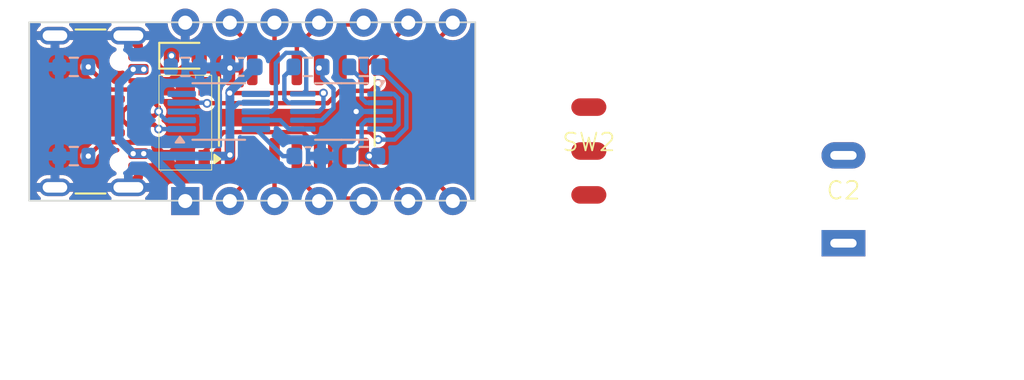
<source format=kicad_pcb>
(kicad_pcb (version 20240108) (generator "pcbnew") (generator_version "8.0")
  (layers (0 "F.Cu" signal) (31 "B.Cu" signal) (34 "B.Paste" user) (35 "F.Paste" user) (36 "B.SilkS" user "B.Silkscreen") (37 "F.SilkS" user "F.Silkscreen") (38 "B.Mask" user) (39 "F.Mask" user) (44 "Edge.Cuts" user))
  (net 0 "")
  (net 1 "GND")
  (net 2 "Net-(U2-V3)")
  (net 3 "D+")
  (net 4 "D-")
  (net 5 "PA3")
  (net 6 "PA6")
  (net 7 "Net-(D1-K)")
  (net 8 "PA7")
  (net 9 "PA1")
  (net 10 "Net-(J1-CC1)")
  (net 11 "Net-(J1-CC2)")
  (net 12 "PA2")
  (net 13 "VCC")
  (net 14 "/Vedlc")
  (net 15 "UPDI")
  (net 16 "PA5")
  (net 17 "PB0")
  (net 18 "PA4")
  (net 19 "PB2")
  (net 20 "PB1")
  (net 21 "PB3")
  (net 24 "TXD")
  (net 25 "TNOW")
  (net 26 "RXD")
  (net 27 "RTS#")
  (net 30 "Net-(R2-Pad1)")
  (net 31 "Net-(R3-Pad1)")
  (net 32 "Net-(R4-Pad1)")
  (footprint "Package_DIP:DIP-14_W10.16mm" (layer "F.Cu") (at 101.265 105.1 90)
    (property "Reference" "J2" (hide yes))
    (property "Value" "Conn_02x07_Counter_Clockwise" (hide yes))
    (pad "1" thru_hole rect (at 0 0 90) (size 1.6 1.6) (drill 0.8) (layers "*.Cu" "*.Mask") (net 13 "VCC"))
    (pad "2" thru_hole oval (at 0 2.54 90) (size 1.6 1.6) (drill 0.8) (layers "*.Cu" "*.Mask") (net 18 "PA4"))
    (pad "3" thru_hole oval (at 0 5.08 90) (size 1.6 1.6) (drill 0.8) (layers "*.Cu" "*.Mask") (net 16 "PA5"))
    (pad "4" thru_hole oval (at 0 7.62 90) (size 1.6 1.6) (drill 0.8) (layers "*.Cu" "*.Mask") (net 6 "PA6"))
    (pad "5" thru_hole oval (at 0 10.16 90) (size 1.6 1.6) (drill 0.8) (layers "*.Cu" "*.Mask") (net 8 "PA7"))
    (pad "6" thru_hole oval (at 0 12.7 90) (size 1.6 1.6) (drill 0.8) (layers "*.Cu" "*.Mask") (net 21 "PB3"))
    (pad "7" thru_hole oval (at 0 15.24 90) (size 1.6 1.6) (drill 0.8) (layers "*.Cu" "*.Mask") (net 19 "PB2"))
    (pad "8" thru_hole oval (at 10.16 15.24 90) (size 1.6 1.6) (drill 0.8) (layers "*.Cu" "*.Mask") (net 20 "PB1"))
    (pad "9" thru_hole oval (at 10.16 12.7 90) (size 1.6 1.6) (drill 0.8) (layers "*.Cu" "*.Mask") (net 17 "PB0"))
    (pad "10" thru_hole oval (at 10.16 10.16 90) (size 1.6 1.6) (drill 0.8) (layers "*.Cu" "*.Mask") (net 15 "UPDI"))
    (pad "11" thru_hole oval (at 10.16 7.62 90) (size 1.6 1.6) (drill 0.8) (layers "*.Cu" "*.Mask") (net 9 "PA1"))
    (pad "12" thru_hole oval (at 10.16 5.08 90) (size 1.6 1.6) (drill 0.8) (layers "*.Cu" "*.Mask") (net 12 "PA2"))
    (pad "13" thru_hole oval (at 10.16 2.54 90) (size 1.6 1.6) (drill 0.8) (layers "*.Cu" "*.Mask") (net 5 "PA3"))
    (pad "14" thru_hole oval (at 10.16 0 90) (size 1.6 1.6) (drill 0.8) (layers "*.Cu" "*.Mask") (net 1 "GND"))
  )
  (footprint "Connector_USB:USB_C_Receptacle_GCT_USB4105-xx-A_16P_TopMnt_Horizontal" (layer "F.Cu") (at 94.92 100 -90)
    (property "Reference" "J1" (hide yes))
    (property "Value" "USB_C_Receptacle_USB2.0_16P" (hide yes))
    (fp_line (start -4.67 -0.1) (end -4.67 -1.8) (stroke (width 0.12)) (layer "F.SilkS"))
    (fp_line (start 4.67 -0.1) (end 4.67 -1.8) (stroke (width 0.12)) (layer "F.SilkS"))
    (pad "" np_thru_hole circle (at -2.89 -2.605 270) (size 0.65 0.65) (drill 0.65) (layers "F&B.Cu" "*.Mask"))
    (pad "" np_thru_hole circle (at 2.89 -2.605 270) (size 0.65 0.65) (drill 0.65) (layers "F&B.Cu" "*.Mask"))
    (pad "A1" smd roundrect (at -3.2 -3.68 270) (size 0.6 1.15) (layers "F.Cu" "F.Paste" "F.Mask") (net 1 "GND"))
    (pad "A4" smd roundrect (at -2.4 -3.68 270) (size 0.6 1.15) (layers "F.Cu" "F.Paste" "F.Mask") (net 13 "VCC"))
    (pad "A5" smd roundrect (at -1.25 -3.68 270) (size 0.3 1.15) (layers "F.Cu" "F.Paste" "F.Mask") (net 10 "Net-(J1-CC1)"))
    (pad "A6" smd roundrect (at -0.25 -3.68 270) (size 0.3 1.15) (layers "F.Cu" "F.Paste" "F.Mask") (net 3 "D+"))
    (pad "A7" smd roundrect (at 0.25 -3.68 270) (size 0.3 1.15) (layers "F.Cu" "F.Paste" "F.Mask") (net 4 "D-"))
    (pad "A8" smd roundrect (at 1.25 -3.68 270) (size 0.3 1.15) (layers "F.Cu" "F.Paste" "F.Mask"))
    (pad "A9" smd roundrect (at 2.4 -3.68 270) (size 0.6 1.15) (layers "F.Cu" "F.Paste" "F.Mask") (net 13 "VCC"))
    (pad "A12" smd roundrect (at 3.2 -3.68 270) (size 0.6 1.15) (layers "F.Cu" "F.Paste" "F.Mask") (net 1 "GND"))
    (pad "B1" smd roundrect (at 3.2 -3.68 270) (size 0.6 1.15) (layers "F.Cu" "F.Paste" "F.Mask") (net 1 "GND"))
    (pad "B4" smd roundrect (at 2.4 -3.68 270) (size 0.6 1.15) (layers "F.Cu" "F.Paste" "F.Mask") (net 13 "VCC"))
    (pad "B5" smd roundrect (at 1.75 -3.68 270) (size 0.3 1.15) (layers "F.Cu" "F.Paste" "F.Mask") (net 11 "Net-(J1-CC2)"))
    (pad "B6" smd roundrect (at 0.75 -3.68 270) (size 0.3 1.15) (layers "F.Cu" "F.Paste" "F.Mask") (net 3 "D+"))
    (pad "B7" smd roundrect (at -0.75 -3.68 270) (size 0.3 1.15) (layers "F.Cu" "F.Paste" "F.Mask") (net 4 "D-"))
    (pad "B8" smd roundrect (at -1.75 -3.68 270) (size 0.3 1.15) (layers "F.Cu" "F.Paste" "F.Mask"))
    (pad "B9" smd roundrect (at -2.4 -3.68 270) (size 0.6 1.15) (layers "F.Cu" "F.Paste" "F.Mask") (net 13 "VCC"))
    (pad "B12" smd roundrect (at -3.2 -3.68 270) (size 0.6 1.15) (layers "F.Cu" "F.Paste" "F.Mask") (net 1 "GND"))
    (pad "S1" thru_hole oval (at -4.32 -3.105 270) (size 1 2.1) (drill oval 0.6 1.7) (layers "*.Cu" "*.Mask" "F.Paste") (net 1 "GND"))
    (pad "S1" thru_hole oval (at -4.32 1.075 270) (size 1 1.8) (drill oval 0.6 1.4) (layers "*.Cu" "*.Mask" "F.Paste") (net 1 "GND"))
    (pad "S1" thru_hole oval (at 4.32 -3.105 270) (size 1 2.1) (drill oval 0.6 1.7) (layers "*.Cu" "*.Mask" "F.Paste") (net 1 "GND"))
    (pad "S1" thru_hole oval (at 4.32 1.075 270) (size 1 1.8) (drill oval 0.6 1.4) (layers "*.Cu" "*.Mask" "F.Paste") (net 1 "GND"))
  )
  (footprint "Library:alps-skrp" (layer "F.Cu") (at 101.27 100.635 -90)
    (property "Reference" "SW1" (hide yes))
    (property "Value" "SW_Push" (hide yes))
    (fp_rect (start 2.7 1.5) (end -2.7 -1.5) (stroke (width 0.05)) (fill none) (layer "F.SilkS"))
    (pad "1" smd rect (at -2.075 1.075 270) (size 1.05 0.65) (layers "F.Cu" "F.Paste" "F.Mask") (net 1 "GND"))
    (pad "1" smd rect (at 2.075 1.075 270) (size 1.05 0.65) (layers "F.Cu" "F.Paste" "F.Mask") (net 1 "GND"))
    (pad "2" smd rect (at -2.075 -1.075 270) (size 1.05 0.65) (layers "F.Cu" "F.Paste" "F.Mask"))
    (pad "2" smd rect (at 2.075 -1.075 270) (size 1.05 0.65) (layers "F.Cu" "F.Paste" "F.Mask") (net 8 "PA7"))
  )
  (footprint "Package_SO:SOIC-14_3.9x8.7mm_P1.27mm" (layer "F.Cu") (at 107.62 100 90)
    (property "Reference" "U1" (hide yes))
    (property "Value" "ATtiny1604-SS" (hide yes))
    (fp_line (start 0 -4.435) (end 1.95 -4.435) (stroke (width 0.12)) (layer "F.SilkS"))
    (fp_line (start 0 -4.435) (end -1.95 -4.435) (stroke (width 0.12)) (layer "F.SilkS"))
    (fp_line (start 0 4.435) (end 1.95 4.435) (stroke (width 0.12)) (layer "F.SilkS"))
    (fp_line (start 0 4.435) (end -1.95 4.435) (stroke (width 0.12)) (layer "F.SilkS"))
    (fp_poly (pts (xy -2.7 -4.37) (xy -2.94 -4.7) (xy -2.46 -4.7) (xy -2.7 -4.37)) (stroke (width 0.12)) (fill solid) (layer "F.SilkS"))
    (pad "1" smd roundrect (at -2.475 -3.81 90) (size 1.95 0.6) (layers "F.Cu" "F.Paste" "F.Mask") (net 13 "VCC"))
    (pad "2" smd roundrect (at -2.475 -2.54 90) (size 1.95 0.6) (layers "F.Cu" "F.Paste" "F.Mask") (net 18 "PA4"))
    (pad "3" smd roundrect (at -2.475 -1.27 90) (size 1.95 0.6) (layers "F.Cu" "F.Paste" "F.Mask") (net 16 "PA5"))
    (pad "4" smd roundrect (at -2.475 0 90) (size 1.95 0.6) (layers "F.Cu" "F.Paste" "F.Mask") (net 6 "PA6"))
    (pad "5" smd roundrect (at -2.475 1.27 90) (size 1.95 0.6) (layers "F.Cu" "F.Paste" "F.Mask") (net 8 "PA7"))
    (pad "6" smd roundrect (at -2.475 2.54 90) (size 1.95 0.6) (layers "F.Cu" "F.Paste" "F.Mask") (net 21 "PB3"))
    (pad "7" smd roundrect (at -2.475 3.81 90) (size 1.95 0.6) (layers "F.Cu" "F.Paste" "F.Mask") (net 19 "PB2"))
    (pad "8" smd roundrect (at 2.475 3.81 90) (size 1.95 0.6) (layers "F.Cu" "F.Paste" "F.Mask") (net 20 "PB1"))
    (pad "9" smd roundrect (at 2.475 2.54 90) (size 1.95 0.6) (layers "F.Cu" "F.Paste" "F.Mask") (net 17 "PB0"))
    (pad "10" smd roundrect (at 2.475 1.27 90) (size 1.95 0.6) (layers "F.Cu" "F.Paste" "F.Mask") (net 15 "UPDI"))
    (pad "11" smd roundrect (at 2.475 0 90) (size 1.95 0.6) (layers "F.Cu" "F.Paste" "F.Mask") (net 9 "PA1"))
    (pad "12" smd roundrect (at 2.475 -1.27 90) (size 1.95 0.6) (layers "F.Cu" "F.Paste" "F.Mask") (net 12 "PA2"))
    (pad "13" smd roundrect (at 2.475 -2.54 90) (size 1.95 0.6) (layers "F.Cu" "F.Paste" "F.Mask") (net 5 "PA3"))
    (pad "14" smd roundrect (at 2.475 -3.81 90) (size 1.95 0.6) (layers "F.Cu" "F.Paste" "F.Mask") (net 1 "GND"))
  )
  (footprint "LED_SMD:LED_0603_1608Metric" (layer "F.Cu") (at 101.27 96.825)
    (property "Reference" "D1" (hide yes))
    (property "Value" "LED" (hide yes))
    (fp_line (start -1.485 -0.735) (end -1.485 0.735) (stroke (width 0.12)) (layer "F.SilkS"))
    (fp_line (start -1.485 0.735) (end 0.8 0.735) (stroke (width 0.12)) (layer "F.SilkS"))
    (fp_line (start 0.8 -0.735) (end -1.485 -0.735) (stroke (width 0.12)) (layer "F.SilkS"))
    (pad "1" smd roundrect (at -0.7875 0) (size 0.875 0.95) (layers "F.Cu" "F.Paste" "F.Mask") (net 7 "Net-(D1-K)"))
    (pad "2" smd roundrect (at 0.7875 0) (size 0.875 0.95) (layers "F.Cu" "F.Paste" "F.Mask") (net 5 "PA3"))
  )
  (footprint "Library:edlc" (layer "F.Cu") (at 138.75 105)
    (property "Reference" "C2" (at 0 -0.5 0) (layer "F.SilkS") (effects (font (thickness 0.1))))
    (property "Value" "1F5")
    (pad "1" thru_hole oval (at 0 -2.5) (size 2.5 1.5) (drill oval 1.5 0.5) (layers "*.Cu" "*.Mask") (net 14 "/Vedlc"))
    (pad "2" thru_hole rect (at 0 2.5) (size 2.5 1.5) (drill oval 1.5 0.5) (layers "*.Cu" "*.Mask") (net 1 "GND"))
  )
  (footprint "Library:sw" (layer "F.Cu") (at 124.25 102.25)
    (property "Reference" "SW2" (at 0 -0.5 0) (layer "F.SilkS") (effects (font (thickness 0.1))))
    (property "Value" "SW_SPDT")
    (pad "1" smd roundrect (at 0 -2.5) (size 2 1) (layers "F.Cu" "F.Paste" "F.Mask") (roundrect_rratio 0.5))
    (pad "2" smd roundrect (at 0 0) (size 2 1) (layers "F.Cu" "F.Paste" "F.Mask") (roundrect_rratio 0.5) (net 13 "VCC"))
    (pad "3" smd roundrect (at 0 2.5) (size 2 1) (layers "F.Cu" "F.Paste" "F.Mask") (roundrect_rratio 0.5) (net 14 "/Vedlc"))
  )
  (footprint "Resistor_SMD:R_0603_1608Metric" (layer "B.Cu") (at 94.92 102.54 180)
    (property "Reference" "R6" (hide yes))
    (property "Value" "5k1" (hide yes))
    (fp_line (start 0.237258 0.5225) (end -0.237258 0.5225) (stroke (width 0.12)) (layer "B.SilkS"))
    (fp_line (start 0.237258 -0.5225) (end -0.237258 -0.5225) (stroke (width 0.12)) (layer "B.SilkS"))
    (pad "1" smd roundrect (at -0.825 0 180) (size 0.8 0.95) (layers "B.Cu" "B.Paste" "B.Mask") (net 11 "Net-(J1-CC2)"))
    (pad "2" smd roundrect (at 0.825 0 180) (size 0.8 0.95) (layers "B.Cu" "B.Paste" "B.Mask") (net 1 "GND"))
  )
  (footprint "Resistor_SMD:R_0603_1608Metric" (layer "B.Cu") (at 101.27 97.46)
    (property "Reference" "R1" (hide yes))
    (property "Value" "10k" (hide yes))
    (fp_line (start 0.237258 -0.5225) (end -0.237258 -0.5225) (stroke (width 0.12)) (layer "B.SilkS"))
    (fp_line (start 0.237258 0.5225) (end -0.237258 0.5225) (stroke (width 0.12)) (layer "B.SilkS"))
    (pad "1" smd roundrect (at -0.825 0) (size 0.8 0.95) (layers "B.Cu" "B.Paste" "B.Mask") (net 7 "Net-(D1-K)"))
    (pad "2" smd roundrect (at 0.825 0) (size 0.8 0.95) (layers "B.Cu" "B.Paste" "B.Mask") (net 1 "GND"))
  )
  (footprint "Resistor_SMD:R_0603_1608Metric" (layer "B.Cu") (at 111.43 97.46)
    (property "Reference" "R3" (hide yes))
    (property "Value" "4.7k" (hide yes))
    (fp_line (start 0.237258 -0.5225) (end -0.237258 -0.5225) (stroke (width 0.12)) (layer "B.SilkS"))
    (fp_line (start 0.237258 0.5225) (end -0.237258 0.5225) (stroke (width 0.12)) (layer "B.SilkS"))
    (pad "1" smd roundrect (at -0.825 0) (size 0.8 0.95) (layers "B.Cu" "B.Paste" "B.Mask") (net 31 "Net-(R3-Pad1)"))
    (pad "2" smd roundrect (at 0.825 0) (size 0.8 0.95) (layers "B.Cu" "B.Paste" "B.Mask") (net 21 "PB3"))
  )
  (footprint "Capacitor_SMD:C_0603_1608Metric" (layer "B.Cu") (at 108.255 102.54)
    (property "Reference" "C3" (hide yes))
    (property "Value" "0u1" (hide yes))
    (fp_line (start 0.14058 -0.51) (end -0.14058 -0.51) (stroke (width 0.12)) (layer "B.SilkS"))
    (fp_line (start 0.14058 0.51) (end -0.14058 0.51) (stroke (width 0.12)) (layer "B.SilkS"))
    (pad "1" smd roundrect (at -0.775 0) (size 0.9 0.95) (layers "B.Cu" "B.Paste" "B.Mask") (net 2 "Net-(U2-V3)"))
    (pad "2" smd roundrect (at 0.775 0) (size 0.9 0.95) (layers "B.Cu" "B.Paste" "B.Mask") (net 1 "GND"))
  )
  (footprint "Resistor_SMD:R_0603_1608Metric" (layer "B.Cu") (at 94.92 97.46)
    (property "Reference" "R5" (hide yes))
    (property "Value" "5k1" (hide yes))
    (fp_line (start 0.237258 -0.5225) (end -0.237258 -0.5225) (stroke (width 0.12)) (layer "B.SilkS"))
    (fp_line (start 0.237258 0.5225) (end -0.237258 0.5225) (stroke (width 0.12)) (layer "B.SilkS"))
    (pad "1" smd roundrect (at -0.825 0) (size 0.8 0.95) (layers "B.Cu" "B.Paste" "B.Mask") (net 1 "GND"))
    (pad "2" smd roundrect (at 0.825 0) (size 0.8 0.95) (layers "B.Cu" "B.Paste" "B.Mask") (net 10 "Net-(J1-CC1)"))
  )
  (footprint "LOGO" (layer "B.Cu") (at 94.92 100 -90)
    (property "Reference" "G***" (hide yes))
    (property "Value" "LOGO" (hide yes))
  )
  (footprint "Capacitor_SMD:C_0603_1608Metric" (layer "B.Cu") (at 104.445 97.46 180)
    (property "Reference" "C1" (hide yes))
    (property "Value" "4u7" (hide yes))
    (fp_line (start 0.14058 0.51) (end -0.14058 0.51) (stroke (width 0.12)) (layer "B.SilkS"))
    (fp_line (start 0.14058 -0.51) (end -0.14058 -0.51) (stroke (width 0.12)) (layer "B.SilkS"))
    (pad "1" smd roundrect (at -0.775 0 180) (size 0.9 0.95) (layers "B.Cu" "B.Paste" "B.Mask") (net 13 "VCC"))
    (pad "2" smd roundrect (at 0.775 0 180) (size 0.9 0.95) (layers "B.Cu" "B.Paste" "B.Mask") (net 1 "GND"))
  )
  (footprint "Resistor_SMD:R_0603_1608Metric" (layer "B.Cu") (at 108.255 97.46)
    (property "Reference" "R2" (hide yes))
    (property "Value" "4.7k" (hide yes))
    (fp_line (start 0.237258 -0.5225) (end -0.237258 -0.5225) (stroke (width 0.12)) (layer "B.SilkS"))
    (fp_line (start 0.237258 0.5225) (end -0.237258 0.5225) (stroke (width 0.12)) (layer "B.SilkS"))
    (pad "1" smd roundrect (at -0.825 0) (size 0.8 0.95) (layers "B.Cu" "B.Paste" "B.Mask") (net 30 "Net-(R2-Pad1)"))
    (pad "2" smd roundrect (at 0.825 0) (size 0.8 0.95) (layers "B.Cu" "B.Paste" "B.Mask") (net 15 "UPDI"))
  )
  (footprint "Package_SO:VSSOP-10_3x3mm_P0.5mm" (layer "B.Cu") (at 110.16 100 180)
    (property "Reference" "U3" (hide yes))
    (property "Value" "TS5A23159DGS" (hide yes))
    (fp_line (start 1.5 1.61) (end 0 1.61) (stroke (width 0.12)) (layer "B.SilkS"))
    (fp_line (start 1.5 -1.61) (end 0 -1.61) (stroke (width 0.12)) (layer "B.SilkS"))
    (fp_line (start -1.5 1.61) (end 0 1.61) (stroke (width 0.12)) (layer "B.SilkS"))
    (fp_line (start -1.5 -1.61) (end 0 -1.61) (stroke (width 0.12)) (layer "B.SilkS"))
    (fp_poly (pts (xy -2.2125 1.41) (xy -2.4525 1.74) (xy -1.9725 1.74) (xy -2.2125 1.41)) (stroke (width 0.12)) (fill solid) (layer "B.SilkS"))
    (pad "1" smd roundrect (at -2.2 1 180) (size 1.45 0.3) (layers "B.Cu" "B.Paste" "B.Mask") (net 27 "RTS#"))
    (pad "2" smd roundrect (at -2.2 0.5 180) (size 1.45 0.3) (layers "B.Cu" "B.Paste" "B.Mask") (net 31 "Net-(R3-Pad1)"))
    (pad "3" smd roundrect (at -2.2 0 180) (size 1.45 0.3) (layers "B.Cu" "B.Paste" "B.Mask") (net 1 "GND"))
    (pad "4" smd roundrect (at -2.2 -0.5 180) (size 1.45 0.3) (layers "B.Cu" "B.Paste" "B.Mask") (net 32 "Net-(R4-Pad1)"))
    (pad "5" smd roundrect (at -2.2 -1 180) (size 1.45 0.3) (layers "B.Cu" "B.Paste" "B.Mask") (net 27 "RTS#"))
    (pad "6" smd roundrect (at 2.2 -1 180) (size 1.45 0.3) (layers "B.Cu" "B.Paste" "B.Mask") (net 26 "RXD"))
    (pad "7" smd roundrect (at 2.2 -0.5 180) (size 1.45 0.3) (layers "B.Cu" "B.Paste" "B.Mask") (net 15 "UPDI"))
    (pad "8" smd roundrect (at 2.2 0 180) (size 1.45 0.3) (layers "B.Cu" "B.Paste" "B.Mask") (net 13 "VCC"))
    (pad "9" smd roundrect (at 2.2 0.5 180) (size 1.45 0.3) (layers "B.Cu" "B.Paste" "B.Mask") (net 30 "Net-(R2-Pad1)"))
    (pad "10" smd roundrect (at 2.2 1 180) (size 1.45 0.3) (layers "B.Cu" "B.Paste" "B.Mask") (net 24 "TXD"))
  )
  (footprint "Resistor_SMD:R_0603_1608Metric" (layer "B.Cu") (at 111.43 102.54)
    (property "Reference" "R4" (hide yes))
    (property "Value" "4.7k" (hide yes))
    (fp_line (start 0.237258 -0.5225) (end -0.237258 -0.5225) (stroke (width 0.12)) (layer "B.SilkS"))
    (fp_line (start 0.237258 0.5225) (end -0.237258 0.5225) (stroke (width 0.12)) (layer "B.SilkS"))
    (pad "1" smd roundrect (at -0.825 0) (size 0.8 0.95) (layers "B.Cu" "B.Paste" "B.Mask") (net 32 "Net-(R4-Pad1)"))
    (pad "2" smd roundrect (at 0.825 0) (size 0.8 0.95) (layers "B.Cu" "B.Paste" "B.Mask") (net 19 "PB2"))
  )
  (footprint "Package_SO:MSOP-10_3x3mm_P0.5mm" (layer "B.Cu") (at 103.175 100)
    (property "Reference" "U2" (hide yes))
    (property "Value" "CH340E" (hide yes))
    (fp_line (start -1.5 -1.61) (end 0 -1.61) (stroke (width 0.12)) (layer "B.SilkS"))
    (fp_line (start -1.5 1.61) (end 0 1.61) (stroke (width 0.12)) (layer "B.SilkS"))
    (fp_line (start 1.5 -1.61) (end 0 -1.61) (stroke (width 0.12)) (layer "B.SilkS"))
    (fp_line (start 1.5 1.61) (end 0 1.61) (stroke (width 0.12)) (layer "B.SilkS"))
    (fp_poly (pts (xy -2.2125 1.435) (xy -2.4525 1.765) (xy -1.9725 1.765) (xy -2.2125 1.435)) (stroke (width 0.12)) (fill solid) (layer "B.SilkS"))
    (pad "1" smd roundrect (at -2.1125 1) (size 1.625 0.35) (layers "B.Cu" "B.Paste" "B.Mask") (net 3 "D+"))
    (pad "2" smd roundrect (at -2.1125 0.5) (size 1.625 0.35) (layers "B.Cu" "B.Paste" "B.Mask") (net 4 "D-"))
    (pad "3" smd roundrect (at -2.1125 0) (size 1.625 0.35) (layers "B.Cu" "B.Paste" "B.Mask") (net 1 "GND"))
    (pad "4" smd roundrect (at -2.1125 -0.5) (size 1.625 0.35) (layers "B.Cu" "B.Paste" "B.Mask") (net 27 "RTS#"))
    (pad "5" smd roundrect (at -2.1125 -1) (size 1.625 0.35) (layers "B.Cu" "B.Paste" "B.Mask"))
    (pad "6" smd roundrect (at 2.1125 -1) (size 1.625 0.35) (layers "B.Cu" "B.Paste" "B.Mask") (net 25 "TNOW"))
    (pad "7" smd roundrect (at 2.1125 -0.5) (size 1.625 0.35) (layers "B.Cu" "B.Paste" "B.Mask") (net 13 "VCC"))
    (pad "8" smd roundrect (at 2.1125 0) (size 1.625 0.35) (layers "B.Cu" "B.Paste" "B.Mask") (net 24 "TXD"))
    (pad "9" smd roundrect (at 2.1125 0.5) (size 1.625 0.35) (layers "B.Cu" "B.Paste" "B.Mask") (net 26 "RXD"))
    (pad "10" smd roundrect (at 2.1125 1) (size 1.625 0.35) (layers "B.Cu" "B.Paste" "B.Mask") (net 2 "Net-(U2-V3)"))
  )
  (gr_line (start 92.38 105.08) (end 117.78 105.08) (stroke (width 0.1)) (layer "Edge.Cuts"))
  (gr_line (start 117.78 94.92) (end 92.38 94.92) (stroke (width 0.1)) (layer "Edge.Cuts"))
  (gr_line (start 92.38 94.92) (end 92.38 105.08) (stroke (width 0.1)) (layer "Edge.Cuts"))
  (gr_line (start 117.78 105.08) (end 117.78 94.92) (stroke (width 0.1)) (layer "Edge.Cuts"))
  (segment (start 98.6 96.8) (end 98.6 96.255) (width 0.5) (layer "F.Cu") (net 1))
  (segment (start 98.6 103.745) (end 98.025 104.32) (width 0.5) (layer "F.Cu") (net 1))
  (segment (start 98.6 96.255) (end 98.025 95.68) (width 0.5) (layer "F.Cu") (net 1))
  (segment (start 98.6 103.2) (end 98.6 103.745) (width 0.5) (layer "F.Cu") (net 1))
  (via (at 111 100) (size 0.5) (drill 0.3) (layers "F.Cu" "B.Cu") (net 1))
  (via (at 103.81 97.525) (size 0.5) (drill 0.3) (layers "F.Cu" "B.Cu") (net 1))
  (segment (start 107.48 102.54) (end 106.8275 102.54) (width 0.25) (layer "B.Cu") (net 2))
  (segment (start 106.8275 102.54) (end 105.2875 101) (width 0.25) (layer "B.Cu") (net 2))
  (segment (start 97.7 100.007236) (end 97.7 100.492764) (width 0.25) (layer "F.Cu") (net 3))
  (segment (start 98.6 99.75) (end 97.957236 99.75) (width 0.25) (layer "F.Cu") (net 3))
  (segment (start 99.5 100.75) (end 98.6 100.75) (width 0.25) (layer "F.Cu") (net 3))
  (segment (start 97.7 100.492764) (end 97.957236 100.75) (width 0.25) (layer "F.Cu") (net 3))
  (segment (start 97.957236 100.75) (end 98.6 100.75) (width 0.25) (layer "F.Cu") (net 3))
  (segment (start 99.75 101) (end 99.5 100.75) (width 0.25) (layer "F.Cu") (net 3))
  (segment (start 97.957236 99.75) (end 97.7 100.007236) (width 0.25) (layer "F.Cu") (net 3))
  (via (at 99.75 101) (size 0.5) (drill 0.3) (layers "F.Cu" "B.Cu") (net 3))
  (segment (start 99.75 101) (end 101.0625 101) (width 0.25) (layer "B.Cu") (net 3))
  (segment (start 99.242764 99.25) (end 99.75 99.757236) (width 0.25) (layer "F.Cu") (net 4))
  (segment (start 99.5 100.25) (end 98.6 100.25) (width 0.25) (layer "F.Cu") (net 4))
  (segment (start 99.75 100) (end 99.5 100.25) (width 0.25) (layer "F.Cu") (net 4))
  (segment (start 98.6 99.25) (end 99.242764 99.25) (width 0.25) (layer "F.Cu") (net 4))
  (segment (start 99.75 99.757236) (end 99.75 100) (width 0.25) (layer "F.Cu") (net 4))
  (via (at 99.75 100) (size 0.5) (drill 0.3) (layers "F.Cu" "B.Cu") (net 4))
  (segment (start 100.164212 100.5) (end 101.0625 100.5) (width 0.25) (layer "B.Cu") (net 4))
  (segment (start 99.75 100) (end 99.75 100.085788) (width 0.25) (layer "B.Cu") (net 4))
  (segment (start 99.75 100.085788) (end 100.164212 100.5) (width 0.25) (layer "B.Cu") (net 4))
  (segment (start 104.985 96.225) (end 102.6575 96.225) (width 0.25) (layer "F.Cu") (net 5))
  (segment (start 105.08 97.525) (end 105.08 96.32) (width 0.25) (layer "F.Cu") (net 5))
  (segment (start 105.08 96.32) (end 104.985 96.225) (width 0.25) (layer "F.Cu") (net 5))
  (segment (start 102.6575 96.225) (end 102.0575 96.825) (width 0.25) (layer "F.Cu") (net 5))
  (segment (start 104.985 96.225) (end 103.805 95.045) (width 0.25) (layer "F.Cu") (net 5))
  (segment (start 107.62 102.475) (end 107.62 103.69) (width 0.25) (layer "F.Cu") (net 6))
  (segment (start 107.62 103.69) (end 108.885 104.955) (width 0.25) (layer "F.Cu") (net 6))
  (via (at 100.4825 96.825) (size 0.5) (drill 0.3) (layers "F.Cu" "B.Cu") (net 7))
  (segment (start 108.89 103.449999) (end 110.395001 104.955) (width 0.25) (layer "F.Cu") (net 8))
  (segment (start 102.345 102.289092) (end 103.459092 101.175) (width 0.25) (layer "F.Cu") (net 8))
  (segment (start 107.970908 101.175) (end 108.89 102.094092) (width 0.25) (layer "F.Cu") (net 8))
  (segment (start 102.345 102.71) (end 102.345 102.289092) (width 0.25) (layer "F.Cu") (net 8))
  (segment (start 103.459092 101.175) (end 107.970908 101.175) (width 0.25) (layer "F.Cu") (net 8))
  (segment (start 108.89 102.475) (end 108.89 103.449999) (width 0.25) (layer "F.Cu") (net 8))
  (segment (start 110.395001 104.955) (end 111.425 104.955) (width 0.25) (layer "F.Cu") (net 8))
  (segment (start 108.89 102.094092) (end 108.89 102.475) (width 0.25) (layer "F.Cu") (net 8))
  (segment (start 107.62 96.31) (end 108.885 95.045) (width 0.25) (layer "F.Cu") (net 9))
  (segment (start 107.62 97.525) (end 107.62 96.31) (width 0.25) (layer "F.Cu") (net 9))
  (segment (start 95.745 97.46) (end 97.035 98.75) (width 0.25) (layer "F.Cu") (net 10))
  (segment (start 97.035 98.75) (end 98.6 98.75) (width 0.25) (layer "F.Cu") (net 10))
  (via (at 95.745 97.46) (size 0.5) (drill 0.3) (layers "F.Cu" "B.Cu") (net 10))
  (segment (start 95.745 102.54) (end 96.535 101.75) (width 0.25) (layer "F.Cu") (net 11))
  (segment (start 96.535 101.75) (end 98.6 101.75) (width 0.25) (layer "F.Cu") (net 11))
  (via (at 95.745 102.54) (size 0.5) (drill 0.3) (layers "F.Cu" "B.Cu") (net 11))
  (segment (start 106.35 95.05) (end 106.345 95.045) (width 0.25) (layer "F.Cu") (net 12))
  (segment (start 106.35 97.525) (end 106.35 95.05) (width 0.25) (layer "F.Cu") (net 12))
  (segment (start 109.135125 98.95) (end 103.796135 98.95) (width 0.25) (layer "F.Cu") (net 13))
  (via (at 109.135125 98.95) (size 0.5) (drill 0.3) (layers "F.Cu" "B.Cu") (net 13))
  (via (at 98.3 102.4) (size 0.5) (drill 0.3) (layers "F.Cu" "B.Cu") (net 13))
  (via (at 98.9 102.4) (size 0.5) (drill 0.3) (layers "F.Cu" "B.Cu") (net 13))
  (via (at 98.9 97.6) (size 0.5) (drill 0.3) (layers "F.Cu" "B.Cu") (net 13))
  (via (at 103.796135 98.95) (size 0.5) (drill 0.3) (layers "F.Cu" "B.Cu") (net 13))
  (via (at 98.3 97.6) (size 0.5) (drill 0.3) (layers "F.Cu" "B.Cu") (net 13))
  (via (at 103.81 102.475) (size 0.5) (drill 0.3) (layers "F.Cu" "B.Cu") (net 13))
  (segment (start 103.81 102.475) (end 103.81 98.87) (width 0.5) (layer "B.Cu") (net 13))
  (segment (start 103.745 102.54) (end 99.365 102.54) (width 0.5) (layer "B.Cu") (net 13))
  (segment (start 98.9 102.4) (end 98.3 102.4) (width 0.5) (layer "B.Cu") (net 13))
  (segment (start 103.81 98.87) (end 105.22 97.46) (width 0.5) (layer "B.Cu") (net 13))
  (segment (start 99.225 102.4) (end 98.9 102.4) (width 0.5) (layer "B.Cu") (net 13))
  (segment (start 104.31 99.5) (end 103.81 100) (width 0.25) (layer "B.Cu") (net 13))
  (segment (start 99.365 102.54) (end 99.225 102.4) (width 0.5) (layer "B.Cu") (net 13))
  (segment (start 98.3 97.6) (end 98.9 97.6) (width 0.5) (layer "B.Cu") (net 13))
  (segment (start 97.5 98.4) (end 97.5 101.6) (width 0.5) (layer "B.Cu") (net 13))
  (segment (start 109.135125 99.754035) (end 108.88916 100) (width 0.25) (layer "B.Cu") (net 13))
  (segment (start 103.81 102.475) (end 103.745 102.54) (width 0.5) (layer "B.Cu") (net 13))
  (segment (start 105.2875 99.5) (end 104.31 99.5) (width 0.25) (layer "B.Cu") (net 13))
  (segment (start 108.88916 100) (end 107.96 100) (width 0.25) (layer "B.Cu") (net 13))
  (segment (start 97.5 101.6) (end 98.3 102.4) (width 0.5) (layer "B.Cu") (net 13))
  (segment (start 109.135125 98.942768) (end 109.135125 99.754035) (width 0.25) (layer "B.Cu") (net 13))
  (segment (start 101.02 104.195) (end 99.365 102.54) (width 0.5) (layer "B.Cu") (net 13))
  (segment (start 98.3 97.6) (end 97.5 98.4) (width 0.5) (layer "B.Cu") (net 13))
  (segment (start 101.02 104.83) (end 101.02 104.195) (width 0.5) (layer "B.Cu") (net 13))
  (segment (start 108.89 96.550001) (end 110.395001 95.045) (width 0.25) (layer "F.Cu") (net 15))
  (segment (start 108.89 97.525) (end 108.89 96.550001) (width 0.25) (layer "F.Cu") (net 15))
  (segment (start 110.395001 95.045) (end 111.425 95.045) (width 0.25) (layer "F.Cu") (net 15))
  (via (at 108.89 97.525) (size 0.5) (drill 0.3) (layers "F.Cu" "B.Cu") (net 15))
  (segment (start 109.08 97.46) (end 109.08 98.081702) (width 0.25) (layer "B.Cu") (net 15))
  (segment (start 109.710125 99.815431) (end 109.025556 100.5) (width 0.25) (layer "B.Cu") (net 15))
  (segment (start 109.025556 100.5) (end 107.96 100.5) (width 0.25) (layer "B.Cu") (net 15))
  (segment (start 109.08 98.081702) (end 109.710125 98.711827) (width 0.25) (layer "B.Cu") (net 15))
  (segment (start 109.710125 98.711827) (end 109.710125 99.815431) (width 0.25) (layer "B.Cu") (net 15))
  (segment (start 106.35 104.95) (end 106.345 104.955) (width 0.25) (layer "F.Cu") (net 16))
  (segment (start 106.35 102.475) (end 106.35 104.95) (width 0.25) (layer "F.Cu") (net 16))
  (segment (start 110.16 96.550001) (end 110.520001 96.19) (width 0.25) (layer "F.Cu") (net 17))
  (segment (start 110.16 97.525) (end 110.16 96.550001) (width 0.25) (layer "F.Cu") (net 17))
  (segment (start 112.82 96.19) (end 113.965 95.045) (width 0.25) (layer "F.Cu") (net 17))
  (segment (start 110.520001 96.19) (end 112.82 96.19) (width 0.25) (layer "F.Cu") (net 17))
  (segment (start 105.08 103.68) (end 103.805 104.955) (width 0.25) (layer "F.Cu") (net 18))
  (segment (start 105.08 102.475) (end 105.08 103.68) (width 0.25) (layer "F.Cu") (net 18))
  (segment (start 112.315 103.36) (end 114.91 103.36) (width 0.25) (layer "F.Cu") (net 19))
  (segment (start 114.91 103.36) (end 116.505 104.955) (width 0.25) (layer "F.Cu") (net 19))
  (segment (start 111.43 102.475) (end 112.315 103.36) (width 0.25) (layer "F.Cu") (net 19))
  (via (at 111.75 102.54) (size 0.5) (drill 0.3) (layers "F.Cu" "B.Cu") (net 19))
  (segment (start 112.315 96.64) (end 114.91 96.64) (width 0.25) (layer "F.Cu") (net 20))
  (segment (start 111.43 97.525) (end 112.315 96.64) (width 0.25) (layer "F.Cu") (net 20))
  (segment (start 114.91 96.64) (end 116.505 95.045) (width 0.25) (layer "F.Cu") (net 20))
  (segment (start 110.89 101.175) (end 110.16 101.905) (width 0.25) (layer "F.Cu") (net 21))
  (segment (start 112.25 101.599999) (end 112.205907 101.599999) (width 0.25) (layer "F.Cu") (net 21))
  (segment (start 110.16 103.449999) (end 110.520001 103.81) (width 0.25) (layer "F.Cu") (net 21))
  (segment (start 110.16 102.475) (end 110.16 103.449999) (width 0.25) (layer "F.Cu") (net 21))
  (segment (start 112.205907 101.599999) (end 111.780908 101.175) (width 0.25) (layer "F.Cu") (net 21))
  (segment (start 111.780908 101.175) (end 110.89 101.175) (width 0.25) (layer "F.Cu") (net 21))
  (segment (start 110.16 101.905) (end 110.16 102.475) (width 0.25) (layer "F.Cu") (net 21))
  (segment (start 110.520001 103.81) (end 112.82 103.81) (width 0.25) (layer "F.Cu") (net 21))
  (segment (start 112.82 103.81) (end 113.965 104.955) (width 0.25) (layer "F.Cu") (net 21))
  (via (at 112.25 101.6) (size 0.5) (drill 0.3) (layers "F.Cu" "B.Cu") (net 21))
  (segment (start 113.189161 101.599999) (end 113.86 100.92916) (width 0.25) (layer "B.Cu") (net 21))
  (segment (start 112.25 101.599999) (end 113.189161 101.599999) (width 0.25) (layer "B.Cu") (net 21))
  (segment (start 113.86 100.92916) (end 113.86 99.065) (width 0.25) (layer "B.Cu") (net 21))
  (segment (start 113.86 99.065) (end 112.255 97.46) (width 0.25) (layer "B.Cu") (net 21))
  (segment (start 105.2875 100) (end 106.185788 100) (width 0.25) (layer "B.Cu") (net 24))
  (segment (start 106.425 97.241996) (end 107.006996 96.66) (width 0.25) (layer "B.Cu") (net 24))
  (segment (start 106.425 99.760788) (end 106.425 97.241996) (width 0.25) (layer "B.Cu") (net 24))
  (segment (start 107.853004 96.66) (end 108.155 96.961996) (width 0.25) (layer "B.Cu") (net 24))
  (segment (start 106.185788 100) (end 106.425 99.760788) (width 0.25) (layer "B.Cu") (net 24))
  (segment (start 108.155 96.961996) (end 108.155 98.805) (width 0.25) (layer "B.Cu") (net 24))
  (segment (start 107.006996 96.66) (end 107.853004 96.66) (width 0.25) (layer "B.Cu") (net 24))
  (segment (start 108.155 98.805) (end 107.96 99) (width 0.25) (layer "B.Cu") (net 24))
  (segment (start 106.667236 100.5) (end 107.167236 101) (width 0.25) (layer "B.Cu") (net 26))
  (segment (start 107.167236 101) (end 107.96 101) (width 0.25) (layer "B.Cu") (net 26))
  (segment (start 105.2875 100.5) (end 106.667236 100.5) (width 0.25) (layer "B.Cu") (net 26))
  (segment (start 111.825 98.825) (end 110.073298 98.825) (width 0.25) (layer "F.Cu") (net 27))
  (segment (start 110.073298 98.825) (end 109.373298 99.525) (width 0.25) (layer "F.Cu") (net 27))
  (segment (start 112.25 98.4) (end 111.825 98.825) (width 0.25) (layer "F.Cu") (net 27))
  (segment (start 109.373298 99.525) (end 102.515 99.525) (width 0.25) (layer "F.Cu") (net 27))
  (segment (start 102.515 99.525) (end 102.504998 99.535002) (width 0.25) (layer "F.Cu") (net 27))
  (via (at 112.25 98.4) (size 0.5) (drill 0.3) (layers "F.Cu" "B.Cu") (net 27))
  (via (at 102.504998 99.535002) (size 0.5) (drill 0.3) (layers "F.Cu" "B.Cu") (net 27))
  (segment (start 102.469996 99.5) (end 101.0625 99.5) (width 0.25) (layer "B.Cu") (net 27))
  (segment (start 112.25 98.4) (end 112.25 98.89) (width 0.25) (layer "B.Cu") (net 27))
  (segment (start 102.504998 99.535002) (end 102.469996 99.5) (width 0.25) (layer "B.Cu") (net 27))
  (segment (start 113.41 100.742764) (end 113.152764 101) (width 0.25) (layer "B.Cu") (net 27))
  (segment (start 112.25 98.89) (end 112.36 99) (width 0.25) (layer "B.Cu") (net 27))
  (segment (start 113.41 99.257236) (end 113.41 100.742764) (width 0.25) (layer "B.Cu") (net 27))
  (segment (start 112.36 99) (end 113.152764 99) (width 0.25) (layer "B.Cu") (net 27))
  (segment (start 113.152764 101) (end 112.36 101) (width 0.25) (layer "B.Cu") (net 27))
  (segment (start 113.152764 99) (end 113.41 99.257236) (width 0.25) (layer "B.Cu") (net 27))
  (segment (start 106.91 97.98) (end 107.43 97.46) (width 0.25) (layer "B.Cu") (net 30))
  (segment (start 107.96 99.5) (end 107.12 99.5) (width 0.25) (layer "B.Cu") (net 30))
  (segment (start 107.12 99.5) (end 106.91 99.29) (width 0.25) (layer "B.Cu") (net 30))
  (segment (start 106.91 99.29) (end 106.91 97.98) (width 0.25) (layer "B.Cu") (net 30))
  (segment (start 111.31 99.242764) (end 111.567236 99.5) (width 0.25) (layer "B.Cu") (net 31))
  (segment (start 111.567236 99.5) (end 112.36 99.5) (width 0.25) (layer "B.Cu") (net 31))
  (segment (start 110.605 97.46) (end 111.31 98.165) (width 0.25) (layer "B.Cu") (net 31))
  (segment (start 111.31 98.165) (end 111.31 99.242764) (width 0.25) (layer "B.Cu") (net 31))
  (segment (start 111.567236 100.5) (end 111.31 100.757236) (width 0.25) (layer "B.Cu") (net 32))
  (segment (start 111.31 100.757236) (end 111.31 101.835) (width 0.25) (layer "B.Cu") (net 32))
  (segment (start 112.36 100.5) (end 111.567236 100.5) (width 0.25) (layer "B.Cu") (net 32))
  (segment (start 111.31 101.835) (end 110.605 102.54) (width 0.25) (layer "B.Cu") (net 32))
  (zone (net 1) (net_name "GND") (layer "F.Cu") (connect_pads (clearance 0.2)) (min_thickness 0.25) (fill yes (thermal_gap 0.2) (thermal_bridge_width 0.5))
    (polygon (pts (xy 91.11 93.65) (xy 91.11 106.35) (xy 119.05 106.35) (xy 119.05 93.65)))
  )
  (zone (net 1) (net_name "GND") (layer "B.Cu") (priority 1) (connect_pads (clearance 0.2)) (min_thickness 0.25) (fill yes (thermal_gap 0.2) (thermal_bridge_width 0.5))
    (polygon (pts (xy 91.11 93.65) (xy 91.11 106.35) (xy 119.05 106.35) (xy 119.05 93.65)))
  )
)
</source>
